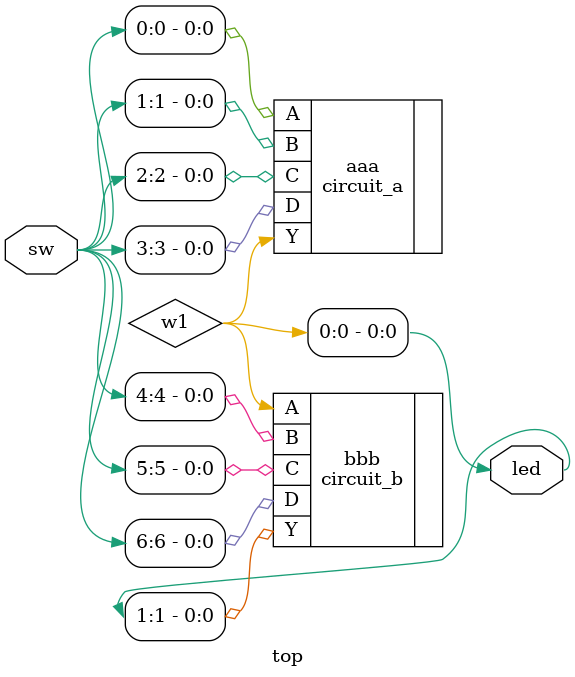
<source format=v>
module top (
    input [6:0] sw,
    output [1:0] led
    
);
    wire w1;
    circuit_a aaa(
        .A(sw[0]),
        .B(sw[1]),
        .C(sw[2]),
        .D(sw[3]),
        .Y(w1)
    );

    circuit_b bbb(
        .A(w1),
        .B(sw[4]),
        .C(sw[5]),
        .D(sw[6]),
        .Y(led[1])
    );
    
    assign led[0] = w1;
endmodule
</source>
